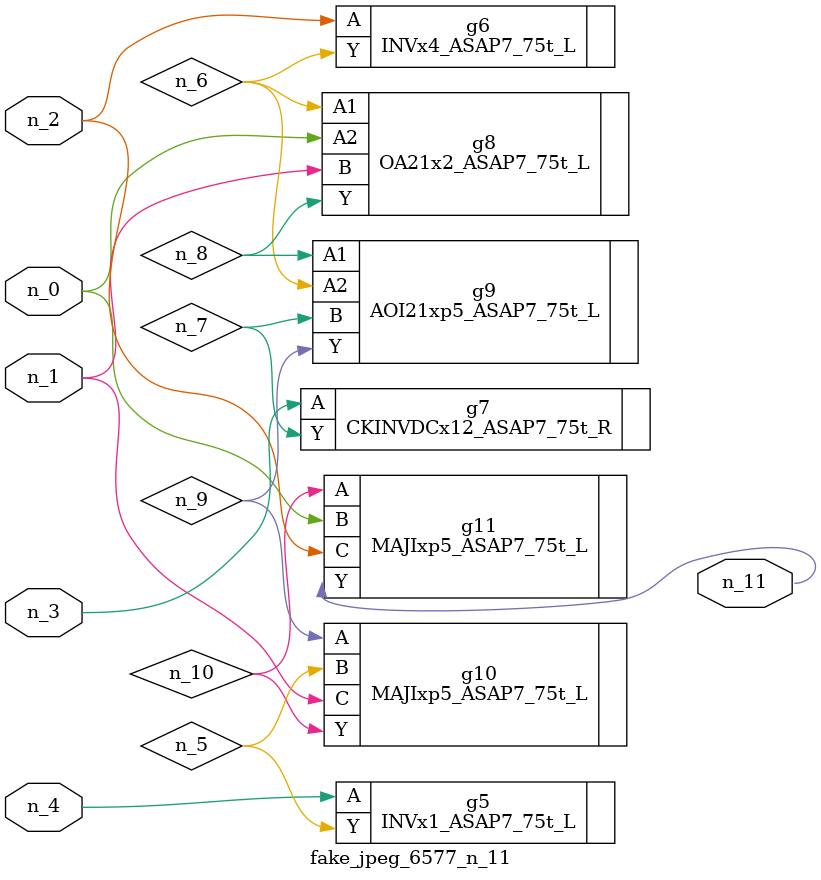
<source format=v>
module fake_jpeg_6577_n_11 (n_3, n_2, n_1, n_0, n_4, n_11);

input n_3;
input n_2;
input n_1;
input n_0;
input n_4;

output n_11;

wire n_10;
wire n_8;
wire n_9;
wire n_6;
wire n_5;
wire n_7;

INVx1_ASAP7_75t_L g5 ( 
.A(n_4),
.Y(n_5)
);

INVx4_ASAP7_75t_L g6 ( 
.A(n_2),
.Y(n_6)
);

CKINVDCx12_ASAP7_75t_R g7 ( 
.A(n_3),
.Y(n_7)
);

OA21x2_ASAP7_75t_L g8 ( 
.A1(n_6),
.A2(n_0),
.B(n_1),
.Y(n_8)
);

AOI21xp5_ASAP7_75t_L g9 ( 
.A1(n_8),
.A2(n_6),
.B(n_7),
.Y(n_9)
);

MAJIxp5_ASAP7_75t_L g10 ( 
.A(n_9),
.B(n_5),
.C(n_1),
.Y(n_10)
);

MAJIxp5_ASAP7_75t_L g11 ( 
.A(n_10),
.B(n_0),
.C(n_2),
.Y(n_11)
);


endmodule
</source>
